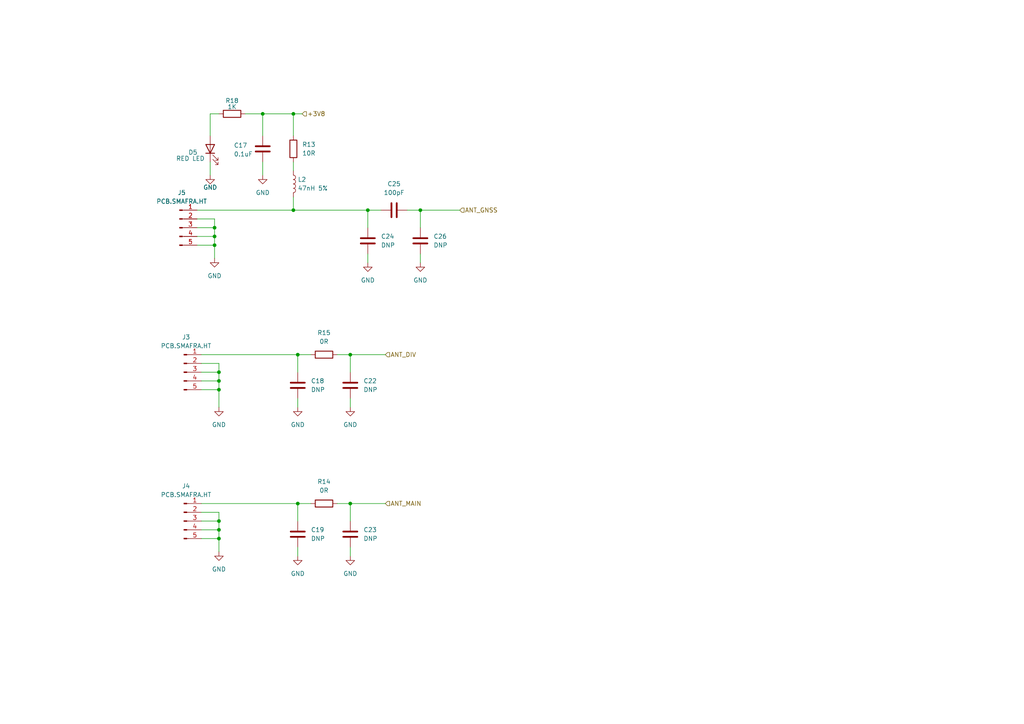
<source format=kicad_sch>
(kicad_sch (version 20250114) (generator "eeschema") (generator_version "9.0")
  (paper "A4")
  (lib_symbols
    (symbol "Connector:Conn_01x05_Pin" (pin_names (offset 1.016) (hide yes))
      (property "Reference" "J" (at 0 7.62 0))
      (property "Value" "Conn_01x05_Pin" (at 0 -7.62 0))
      (symbol "Conn_01x05_Pin_1_1"
        (rectangle (start 0.8636 5.207) (end 0 4.953) (stroke (width 0.1524)) (fill (type outline)))
        (rectangle (start 0.8636 2.667) (end 0 2.413) (stroke (width 0.1524)) (fill (type outline)))
        (rectangle (start 0.8636 0.127) (end 0 -0.127) (stroke (width 0.1524)) (fill (type outline)))
        (rectangle (start 0.8636 -2.413) (end 0 -2.667) (stroke (width 0.1524)) (fill (type outline)))
        (rectangle (start 0.8636 -4.953) (end 0 -5.207) (stroke (width 0.1524)) (fill (type outline)))
        (polyline (pts (xy 1.27 5.08) (xy 0.8636 5.08)) (stroke (width 0.1524)))
        (polyline (pts (xy 1.27 2.54) (xy 0.8636 2.54)) (stroke (width 0.1524)))
        (polyline (pts (xy 1.27 0) (xy 0.8636 0)) (stroke (width 0.1524)))
        (polyline (pts (xy 1.27 -2.54) (xy 0.8636 -2.54)) (stroke (width 0.1524)))
        (polyline (pts (xy 1.27 -5.08) (xy 0.8636 -5.08)) (stroke (width 0.1524)))
        (pin passive line (at 5.08 5.08 180) (length 3.81) (name "Pin_1") (number "1"))
        (pin passive line (at 5.08 2.54 180) (length 3.81) (name "Pin_2") (number "2"))
        (pin passive line (at 5.08 0 180) (length 3.81) (name "Pin_3") (number "3"))
        (pin passive line (at 5.08 -2.54 180) (length 3.81) (name "Pin_4") (number "4"))
        (pin passive line (at 5.08 -5.08 180) (length 3.81) (name "Pin_5") (number "5"))
      )
    )
    (symbol "Device:C" (pin_numbers (hide yes)) (pin_names (offset 0.254))
      (property "Reference" "C" (at 0.635 2.54 0))
      (property "Value" "C" (at 0.635 -2.54 0))
      (symbol "C_0_1"
        (polyline (pts (xy -2.032 0.762) (xy 2.032 0.762)) (stroke (width 0.508)))
        (polyline (pts (xy -2.032 -0.762) (xy 2.032 -0.762)) (stroke (width 0.508)))
      )
      (symbol "C_1_1"
        (pin passive line (at 0 3.81 270) (length 2.794) (name "~") (number "1"))
        (pin passive line (at 0 -3.81 90) (length 2.794) (name "~") (number "2"))
      )
    )
    (symbol "Device:L" (pin_numbers (hide yes)) (pin_names (offset 1.016) (hide yes))
      (property "Reference" "L" (at -1.27 0 90))
      (property "Value" "L" (at 1.905 0 90))
      (symbol "L_0_1"
        (arc (start 0 2.54) (mid 0.6323 1.905) (end 0 1.27))
        (arc (start 0 1.27) (mid 0.6323 0.635) (end 0 0))
        (arc (start 0 0) (mid 0.6323 -0.635) (end 0 -1.27))
        (arc (start 0 -1.27) (mid 0.6323 -1.905) (end 0 -2.54))
      )
      (symbol "L_1_1"
        (pin passive line (at 0 3.81 270) (length 1.27) (name "1") (number "1"))
        (pin passive line (at 0 -3.81 90) (length 1.27) (name "2") (number "2"))
      )
    )
    (symbol "Device:LED" (pin_numbers (hide yes)) (pin_names (offset 1.016) (hide yes))
      (property "Reference" "D" (at 0 2.54 0))
      (property "Value" "LED" (at 0 -2.54 0))
      (symbol "LED_0_1"
        (polyline (pts (xy -3.048 -0.762) (xy -4.572 -2.286) (xy -3.81 -2.286) (xy -4.572 -2.286) (xy -4.572 -1.524)))
        (polyline (pts (xy -1.778 -0.762) (xy -3.302 -2.286) (xy -2.54 -2.286) (xy -3.302 -2.286) (xy -3.302 -1.524)))
        (polyline (pts (xy -1.27 0) (xy 1.27 0)))
        (polyline (pts (xy -1.27 -1.27) (xy -1.27 1.27)) (stroke (width 0.254)))
        (polyline (pts (xy 1.27 -1.27) (xy 1.27 1.27) (xy -1.27 0) (xy 1.27 -1.27)) (stroke (width 0.254)))
      )
      (symbol "LED_1_1"
        (pin passive line (at -3.81 0 0) (length 2.54) (name "K") (number "1"))
        (pin passive line (at 3.81 0 180) (length 2.54) (name "A") (number "2"))
      )
    )
    (symbol "Device:R" (pin_numbers (hide yes)) (pin_names (offset 0))
      (property "Reference" "R" (at 2.032 0 90))
      (property "Value" "R" (at 0 0 90))
      (symbol "R_0_1"
        (rectangle (start -1.016 -2.54) (end 1.016 2.54) (stroke (width 0.254)))
      )
      (symbol "R_1_1"
        (pin passive line (at 0 3.81 270) (length 1.27) (name "~") (number "1"))
        (pin passive line (at 0 -3.81 90) (length 1.27) (name "~") (number "2"))
      )
    )
    (symbol "power:GND" (power) (pin_names (offset 0))
      (property "Value" "GND" (at 0 -3.81 0))
      (symbol "GND_0_1"
        (polyline (pts (xy 0 0) (xy 0 -1.27) (xy 1.27 -1.27) (xy 0 -2.54) (xy -1.27 -1.27) (xy 0 -1.27)))
      )
      (symbol "GND_1_1"
        (pin power_in line (at 0 0 270) (length 0) (hide yes) (name "GND") (number "1"))
      )
    )
  )
  (junction (at 63.5 151.13))
  (junction (at 63.5 110.49))
  (junction (at 121.92 60.96))
  (junction (at 86.36 146.05))
  (junction (at 63.5 153.67))
  (junction (at 101.6 146.05))
  (junction (at 63.5 156.21))
  (junction (at 62.23 66.04))
  (junction (at 85.09 60.96))
  (junction (at 76.2 33.02))
  (junction (at 106.68 60.96))
  (junction (at 101.6 102.87))
  (junction (at 63.5 113.03))
  (junction (at 62.23 68.58))
  (junction (at 85.09 33.02))
  (junction (at 62.23 71.12))
  (junction (at 86.36 102.87))
  (junction (at 63.5 107.95))
  (wire (pts (xy 63.5 151.13) (xy 63.5 153.67)))
  (wire (pts (xy 85.09 33.02) (xy 85.09 39.37)))
  (wire (pts (xy 86.36 118.11) (xy 86.36 115.57)))
  (wire (pts (xy 76.2 33.02) (xy 85.09 33.02)))
  (wire (pts (xy 57.15 68.58) (xy 62.23 68.58)))
  (wire (pts (xy 62.23 71.12) (xy 62.23 74.93)))
  (wire (pts (xy 101.6 102.87) (xy 111.76 102.87)))
  (wire (pts (xy 86.36 146.05) (xy 90.17 146.05)))
  (wire (pts (xy 57.15 71.12) (xy 62.23 71.12)))
  (wire (pts (xy 62.23 63.5) (xy 62.23 66.04)))
  (wire (pts (xy 86.36 102.87) (xy 90.17 102.87)))
  (wire (pts (xy 58.42 148.59) (xy 63.5 148.59)))
  (wire (pts (xy 57.15 66.04) (xy 62.23 66.04)))
  (wire (pts (xy 71.12 33.02) (xy 76.2 33.02)))
  (wire (pts (xy 97.79 102.87) (xy 101.6 102.87)))
  (wire (pts (xy 121.92 76.2) (xy 121.92 73.66)))
  (wire (pts (xy 85.09 60.96) (xy 106.68 60.96)))
  (wire (pts (xy 60.96 33.02) (xy 60.96 39.37)))
  (wire (pts (xy 62.23 66.04) (xy 62.23 68.58)))
  (wire (pts (xy 63.5 148.59) (xy 63.5 151.13)))
  (wire (pts (xy 58.42 110.49) (xy 63.5 110.49)))
  (wire (pts (xy 63.5 113.03) (xy 63.5 118.11)))
  (wire (pts (xy 101.6 151.13) (xy 101.6 146.05)))
  (wire (pts (xy 97.79 146.05) (xy 101.6 146.05)))
  (wire (pts (xy 101.6 107.95) (xy 101.6 102.87)))
  (wire (pts (xy 101.6 161.29) (xy 101.6 158.75)))
  (wire (pts (xy 57.15 60.96) (xy 85.09 60.96)))
  (wire (pts (xy 101.6 146.05) (xy 111.76 146.05)))
  (wire (pts (xy 76.2 46.99) (xy 76.2 50.8)))
  (wire (pts (xy 62.23 68.58) (xy 62.23 71.12)))
  (wire (pts (xy 60.96 50.8) (xy 60.96 46.99)))
  (wire (pts (xy 121.92 66.04) (xy 121.92 60.96)))
  (wire (pts (xy 86.36 151.13) (xy 86.36 146.05)))
  (wire (pts (xy 58.42 113.03) (xy 63.5 113.03)))
  (wire (pts (xy 63.5 156.21) (xy 63.5 160.02)))
  (wire (pts (xy 106.68 66.04) (xy 106.68 60.96)))
  (wire (pts (xy 63.5 153.67) (xy 63.5 156.21)))
  (wire (pts (xy 58.42 105.41) (xy 63.5 105.41)))
  (wire (pts (xy 118.11 60.96) (xy 121.92 60.96)))
  (wire (pts (xy 86.36 107.95) (xy 86.36 102.87)))
  (wire (pts (xy 106.68 60.96) (xy 110.49 60.96)))
  (wire (pts (xy 63.5 110.49) (xy 63.5 113.03)))
  (wire (pts (xy 76.2 33.02) (xy 76.2 39.37)))
  (wire (pts (xy 85.09 57.15) (xy 85.09 60.96)))
  (wire (pts (xy 63.5 105.41) (xy 63.5 107.95)))
  (wire (pts (xy 106.68 76.2) (xy 106.68 73.66)))
  (wire (pts (xy 58.42 102.87) (xy 86.36 102.87)))
  (wire (pts (xy 58.42 151.13) (xy 63.5 151.13)))
  (wire (pts (xy 60.96 33.02) (xy 63.5 33.02)))
  (wire (pts (xy 58.42 153.67) (xy 63.5 153.67)))
  (wire (pts (xy 58.42 107.95) (xy 63.5 107.95)))
  (wire (pts (xy 57.15 63.5) (xy 62.23 63.5)))
  (wire (pts (xy 86.36 161.29) (xy 86.36 158.75)))
  (wire (pts (xy 63.5 107.95) (xy 63.5 110.49)))
  (wire (pts (xy 85.09 33.02) (xy 87.63 33.02)))
  (wire (pts (xy 85.09 46.99) (xy 85.09 49.53)))
  (wire (pts (xy 101.6 118.11) (xy 101.6 115.57)))
  (wire (pts (xy 58.42 146.05) (xy 86.36 146.05)))
  (wire (pts (xy 58.42 156.21) (xy 63.5 156.21)))
  (wire (pts (xy 121.92 60.96) (xy 133.35 60.96)))
  (hierarchical_label "+3V8" (shape input) (at 87.63 33.02 0))
  (hierarchical_label "ANT_GNSS" (shape input) (at 133.35 60.96 0))
  (hierarchical_label "ANT_DIV" (shape input) (at 111.76 102.87 0))
  (hierarchical_label "ANT_MAIN" (shape input) (at 111.76 146.05 0))
  (symbol (lib_id "power:GND") (at 63.5 118.11 0) (unit 1)
    (property "Reference" "#PWR025" (effects (hide yes)))
    (property "Value" "GND" (at 63.5 123.19 0))
    (property "Description" "Power symbol creates a global label with name \"GND\" , ground" (effects (hide yes)))
  )
  (symbol (lib_id "power:GND") (at 63.5 160.02 0) (unit 1)
    (property "Reference" "#PWR029" (effects (hide yes)))
    (property "Value" "GND" (at 63.5 165.1 0))
    (property "Description" "Power symbol creates a global label with name \"GND\" , ground" (effects (hide yes)))
  )
  (symbol (lib_id "Device:C") (at 121.92 69.85 0) (unit 1)
    (property "Reference" "C26" (at 125.73 68.5799 0) (effects (justify left)))
    (property "Value" "DNP" (at 125.73 71.1199 0) (effects (justify left)))
    (property "Footprint" "Capacitor_SMD:C_0603_1608Metric" (effects (hide yes)))
    (property "Description" "Unpolarized capacitor" (effects (hide yes)))
  )
  (symbol (lib_id "power:GND") (at 62.23 74.93 0) (unit 1)
    (property "Reference" "#PWR024" (effects (hide yes)))
    (property "Value" "GND" (at 62.23 80.01 0))
    (property "Description" "Power symbol creates a global label with name \"GND\" , ground" (effects (hide yes)))
  )
  (symbol (lib_id "power:GND") (at 101.6 161.29 0) (unit 1)
    (property "Reference" "#PWR032" (effects (hide yes)))
    (property "Value" "GND" (at 101.6 166.37 0))
    (property "Description" "Power symbol creates a global label with name \"GND\" , ground" (effects (hide yes)))
  )
  (symbol (lib_id "power:GND") (at 86.36 161.29 0) (unit 1)
    (property "Reference" "#PWR031" (effects (hide yes)))
    (property "Value" "GND" (at 86.36 166.37 0))
    (property "Description" "Power symbol creates a global label with name \"GND\" , ground" (effects (hide yes)))
  )
  (symbol (lib_id "Device:C") (at 76.2 43.18 0) (unit 1)
    (property "Reference" "C17" (at 67.818 42.164 0) (effects (justify left)))
    (property "Value" "0.1uF" (at 67.818 44.704 0) (effects (justify left)))
    (property "Footprint" "Capacitor_SMD:C_0603_1608Metric" (effects (hide yes)))
    (property "Description" "Unpolarized capacitor" (effects (hide yes)))
  )
  (symbol (lib_id "Device:C") (at 101.6 154.94 0) (unit 1)
    (property "Reference" "C23" (at 105.41 153.6699 0) (effects (justify left)))
    (property "Value" "DNP" (at 105.41 156.2099 0) (effects (justify left)))
    (property "Footprint" "Capacitor_SMD:C_0603_1608Metric" (effects (hide yes)))
    (property "Description" "Unpolarized capacitor" (effects (hide yes)))
  )
  (symbol (lib_id "Device:L") (at 85.09 53.34 0) (unit 1)
    (property "Reference" "L2" (at 86.36 52.0699 0) (effects (justify left)))
    (property "Value" "47nH 5%" (at 86.36 54.6099 0) (effects (justify left)))
    (property "Footprint" "Inductor_SMD:L_0402_1005Metric" (effects (hide yes)))
    (property "Datasheet" "300mA 47nH ±5% 720mΩ 0402 Inductors (SMD) ROHS" (effects (hide yes)))
    (property "Description" "300mA 47nH ±5% 720mΩ 0402 Inductors (SMD) ROHS" (effects (hide yes)))
    (property "MPN" "LQG15HS47NJ02D" (effects (hide yes)))
  )
  (symbol (lib_id "Device:R") (at 85.09 43.18 0) (unit 1)
    (property "Reference" "R13" (at 87.63 41.9099 0) (effects (justify left)))
    (property "Value" "10R" (at 87.63 44.4499 0) (effects (justify left)))
    (property "Footprint" "Resistor_SMD:R_0603_1608Metric" (effects (hide yes)))
    (property "Description" "Resistor" (effects (hide yes)))
  )
  (symbol (lib_id "power:GND") (at 76.2 50.8 0) (unit 1)
    (property "Reference" "#PWR013" (effects (hide yes)))
    (property "Value" "GND" (at 76.2 55.88 0))
    (property "Description" "Power symbol creates a global label with name \"GND\" , ground" (effects (hide yes)))
  )
  (symbol (lib_id "Device:R") (at 67.31 33.02 90) (unit 1)
    (property "Reference" "R18" (at 67.31 29.21 90))
    (property "Value" "1K" (at 67.31 30.988 90))
    (property "Footprint" "Resistor_SMD:R_0603_1608Metric" (effects (hide yes)))
    (property "Description" "Resistor" (effects (hide yes)))
  )
  (symbol (lib_id "Connector:Conn_01x05_Pin") (at 53.34 107.95 0) (unit 1)
    (property "Reference" "J3" (at 53.975 97.79 0))
    (property "Value" "PCB.SMAFRA.HT" (at 53.975 100.33 0))
    (property "Footprint" "Library:PCB.SMAFRA.HT" (effects (hide yes)))
    (property "Description" "SMA Connector Jack, Female Socket 50 Ohms Through Hole, Right Angle Solder" (effects (hide yes)))
    (property "MPN" "Right angle SMA inner Hole " (effects (hide yes)))
  )
  (symbol (lib_id "power:GND") (at 106.68 76.2 0) (unit 1)
    (property "Reference" "#PWR022" (effects (hide yes)))
    (property "Value" "GND" (at 106.68 81.28 0))
    (property "Description" "Power symbol creates a global label with name \"GND\" , ground" (effects (hide yes)))
  )
  (symbol (lib_id "Device:C") (at 101.6 111.76 0) (unit 1)
    (property "Reference" "C22" (at 105.41 110.4899 0) (effects (justify left)))
    (property "Value" "DNP" (at 105.41 113.0299 0) (effects (justify left)))
    (property "Footprint" "Capacitor_SMD:C_0603_1608Metric" (effects (hide yes)))
    (property "Description" "Unpolarized capacitor" (effects (hide yes)))
  )
  (symbol (lib_id "power:GND") (at 60.96 50.8 0) (unit 1)
    (property "Reference" "#PWR06" (effects (hide yes)))
    (property "Value" "GND" (at 60.96 54.356 0))
    (property "Description" "Power symbol creates a global label with name \"GND\" , ground" (effects (hide yes)))
  )
  (symbol (lib_id "power:GND") (at 101.6 118.11 0) (unit 1)
    (property "Reference" "#PWR028" (effects (hide yes)))
    (property "Value" "GND" (at 101.6 123.19 0))
    (property "Description" "Power symbol creates a global label with name \"GND\" , ground" (effects (hide yes)))
  )
  (symbol (lib_id "Device:R") (at 93.98 102.87 90) (unit 1)
    (property "Reference" "R15" (at 93.98 96.52 90))
    (property "Value" "0R" (at 93.98 99.06 90))
    (property "Footprint" "Resistor_SMD:R_0603_1608Metric" (effects (hide yes)))
    (property "Description" "Resistor" (effects (hide yes)))
  )
  (symbol (lib_id "Connector:Conn_01x05_Pin") (at 52.07 66.04 0) (unit 1)
    (property "Reference" "J5" (at 52.705 55.88 0))
    (property "Value" "PCB.SMAFRA.HT" (at 52.705 58.42 0))
    (property "Footprint" "Library:PCB.SMAFRA.HT" (effects (hide yes)))
    (property "Description" "SMA Connector Jack, Female Socket 50 Ohms Through Hole, Right Angle Solder" (effects (hide yes)))
    (property "MPN" "Right angle SMA inner Hole " (effects (hide yes)))
  )
  (symbol (lib_id "Device:C") (at 106.68 69.85 180) (unit 1)
    (property "Reference" "C24" (at 110.49 68.5799 0) (effects (justify right)))
    (property "Value" "DNP" (at 110.49 71.1199 0) (effects (justify right)))
    (property "Footprint" "Capacitor_SMD:C_0603_1608Metric" (effects (hide yes)))
    (property "Description" "Unpolarized capacitor" (effects (hide yes)))
  )
  (symbol (lib_id "Device:C") (at 86.36 111.76 180) (unit 1)
    (property "Reference" "C18" (at 90.17 110.4899 0) (effects (justify right)))
    (property "Value" "DNP" (at 90.17 113.0299 0) (effects (justify right)))
    (property "Footprint" "Capacitor_SMD:C_0603_1608Metric" (effects (hide yes)))
    (property "Description" "Unpolarized capacitor" (effects (hide yes)))
  )
  (symbol (lib_id "Device:LED") (at 60.96 43.18 90) (unit 1)
    (property "Reference" "D5" (at 54.61 44.196 90) (effects (justify right)))
    (property "Value" "RED LED" (at 51.054 45.974 90) (effects (justify right)))
    (property "Footprint" "LED_SMD:LED_0805_2012Metric" (effects (hide yes)))
    (property "Description" "Light emitting diode" (effects (hide yes)))
  )
  (symbol (lib_id "Device:C") (at 114.3 60.96 90) (unit 1)
    (property "Reference" "C25" (at 114.3 53.34 90))
    (property "Value" "100pF" (at 114.3 55.88 90))
    (property "Footprint" "Capacitor_SMD:C_0603_1608Metric" (effects (hide yes)))
    (property "Description" "Unpolarized capacitor" (effects (hide yes)))
  )
  (symbol (lib_id "power:GND") (at 86.36 118.11 0) (unit 1)
    (property "Reference" "#PWR027" (effects (hide yes)))
    (property "Value" "GND" (at 86.36 123.19 0))
    (property "Description" "Power symbol creates a global label with name \"GND\" , ground" (effects (hide yes)))
  )
  (symbol (lib_id "Device:C") (at 86.36 154.94 180) (unit 1)
    (property "Reference" "C19" (at 90.17 153.6699 0) (effects (justify right)))
    (property "Value" "DNP" (at 90.17 156.2099 0) (effects (justify right)))
    (property "Footprint" "Capacitor_SMD:C_0603_1608Metric" (effects (hide yes)))
    (property "Description" "Unpolarized capacitor" (effects (hide yes)))
  )
  (symbol (lib_id "Device:R") (at 93.98 146.05 90) (unit 1)
    (property "Reference" "R14" (at 93.98 139.7 90))
    (property "Value" "0R" (at 93.98 142.24 90))
    (property "Footprint" "Resistor_SMD:R_0603_1608Metric" (effects (hide yes)))
    (property "Description" "Resistor" (effects (hide yes)))
  )
  (symbol (lib_id "Connector:Conn_01x05_Pin") (at 53.34 151.13 0) (unit 1)
    (property "Reference" "J4" (at 53.975 140.97 0))
    (property "Value" "PCB.SMAFRA.HT" (at 53.975 143.51 0))
    (property "Footprint" "Library:PCB.SMAFRA.HT" (effects (hide yes)))
    (property "Description" "SMA Connector Jack, Female Socket 50 Ohms Through Hole, Right Angle Solder" (effects (hide yes)))
    (property "MPN" "Right angle SMA inner Hole " (effects (hide yes)))
  )
  (symbol (lib_id "power:GND") (at 121.92 76.2 0) (unit 1)
    (property "Reference" "#PWR023" (effects (hide yes)))
    (property "Value" "GND" (at 121.92 81.28 0))
    (property "Description" "Power symbol creates a global label with name \"GND\" , ground" (effects (hide yes)))
  )
)
</source>
